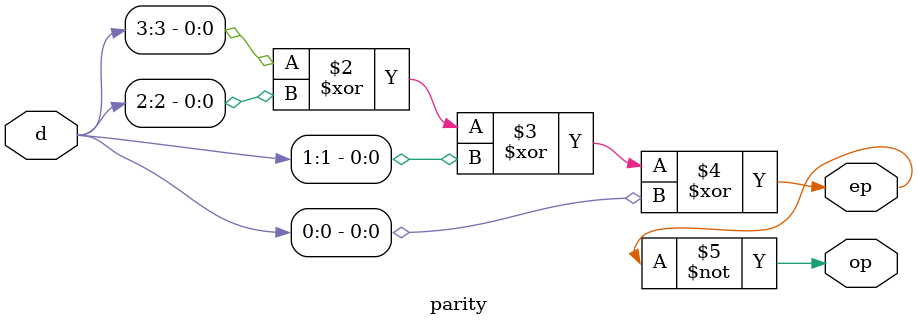
<source format=v>
module parity(input [3:0] d, output reg ep, op);
always @(*) begin
ep=d[3]^d[2]^d[1]^d[0];
op=~ep;
end
endmodule

</source>
